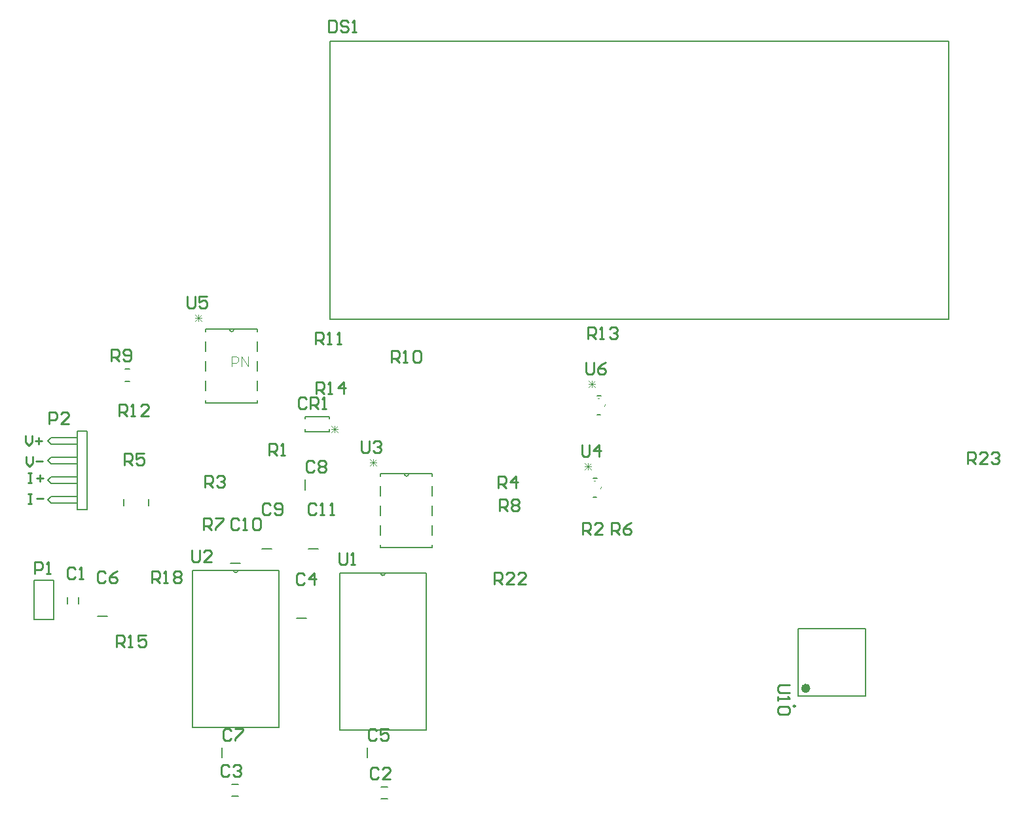
<source format=gto>
G04 Layer_Color=65535*
%FSLAX25Y25*%
%MOIN*%
G70*
G01*
G75*
%ADD22C,0.01000*%
%ADD29C,0.00600*%
%ADD30C,0.00300*%
%ADD31C,0.00984*%
%ADD32C,0.02362*%
%ADD33C,0.00787*%
%ADD34C,0.00500*%
D22*
X490998Y158500D02*
X486000D01*
X485000Y157500D01*
Y155501D01*
X486000Y154501D01*
X490998D01*
X485000Y152502D02*
Y150503D01*
Y151502D01*
X490998D01*
X489998Y152502D01*
Y147504D02*
X490998Y146504D01*
Y144504D01*
X489998Y143505D01*
X486000D01*
X485000Y144504D01*
Y146504D01*
X486000Y147504D01*
X489998D01*
X387300Y322898D02*
Y317900D01*
X388300Y316900D01*
X390299D01*
X391299Y317900D01*
Y322898D01*
X397297D02*
X395297Y321898D01*
X393298Y319899D01*
Y317900D01*
X394298Y316900D01*
X396297D01*
X397297Y317900D01*
Y318899D01*
X396297Y319899D01*
X393298D01*
X184300Y356398D02*
Y351400D01*
X185300Y350400D01*
X187299D01*
X188299Y351400D01*
Y356398D01*
X194297D02*
X190298D01*
Y353399D01*
X192297Y354399D01*
X193297D01*
X194297Y353399D01*
Y351400D01*
X193297Y350400D01*
X191298D01*
X190298Y351400D01*
X385250Y280948D02*
Y275950D01*
X386250Y274950D01*
X388249D01*
X389249Y275950D01*
Y280948D01*
X394247Y274950D02*
Y280948D01*
X391248Y277949D01*
X395247D01*
X273200Y282745D02*
Y277746D01*
X274200Y276747D01*
X276199D01*
X277199Y277746D01*
Y282745D01*
X279198Y281745D02*
X280198Y282745D01*
X282197D01*
X283197Y281745D01*
Y280745D01*
X282197Y279746D01*
X281197D01*
X282197D01*
X283197Y278746D01*
Y277746D01*
X282197Y276747D01*
X280198D01*
X279198Y277746D01*
X186670Y227248D02*
Y222250D01*
X187669Y221250D01*
X189669D01*
X190668Y222250D01*
Y227248D01*
X196667Y221250D02*
X192668D01*
X196667Y225249D01*
Y226248D01*
X195667Y227248D01*
X193667D01*
X192668Y226248D01*
X261670Y225748D02*
Y220750D01*
X262669Y219750D01*
X264669D01*
X265668Y220750D01*
Y225748D01*
X267668Y219750D02*
X269667D01*
X268667D01*
Y225748D01*
X267668Y224748D01*
X581600Y271200D02*
Y277198D01*
X584599D01*
X585599Y276198D01*
Y274199D01*
X584599Y273199D01*
X581600D01*
X583599D02*
X585599Y271200D01*
X591597D02*
X587598D01*
X591597Y275199D01*
Y276198D01*
X590597Y277198D01*
X588598D01*
X587598Y276198D01*
X593596D02*
X594596Y277198D01*
X596595D01*
X597595Y276198D01*
Y275199D01*
X596595Y274199D01*
X595596D01*
X596595D01*
X597595Y273199D01*
Y272200D01*
X596595Y271200D01*
X594596D01*
X593596Y272200D01*
X340775Y209900D02*
Y215898D01*
X343774D01*
X344774Y214898D01*
Y212899D01*
X343774Y211899D01*
X340775D01*
X342774D02*
X344774Y209900D01*
X350772D02*
X346773D01*
X350772Y213899D01*
Y214898D01*
X349772Y215898D01*
X347773D01*
X346773Y214898D01*
X356770Y209900D02*
X352771D01*
X356770Y213899D01*
Y214898D01*
X355770Y215898D01*
X353771D01*
X352771Y214898D01*
X166410Y210650D02*
Y216648D01*
X169409D01*
X170408Y215648D01*
Y213649D01*
X169409Y212649D01*
X166410D01*
X168409D02*
X170408Y210650D01*
X172408D02*
X174407D01*
X173408D01*
Y216648D01*
X172408Y215648D01*
X177406D02*
X178406Y216648D01*
X180405D01*
X181405Y215648D01*
Y214649D01*
X180405Y213649D01*
X181405Y212649D01*
Y211650D01*
X180405Y210650D01*
X178406D01*
X177406Y211650D01*
Y212649D01*
X178406Y213649D01*
X177406Y214649D01*
Y215648D01*
X178406Y213649D02*
X180405D01*
X148560Y177900D02*
Y183898D01*
X151559D01*
X152559Y182898D01*
Y180899D01*
X151559Y179899D01*
X148560D01*
X150559D02*
X152559Y177900D01*
X154558D02*
X156557D01*
X155558D01*
Y183898D01*
X154558Y182898D01*
X163555Y183898D02*
X159556D01*
Y180899D01*
X161556Y181899D01*
X162555D01*
X163555Y180899D01*
Y178900D01*
X162555Y177900D01*
X160556D01*
X159556Y178900D01*
X250000Y307000D02*
Y312998D01*
X252999D01*
X253999Y311998D01*
Y309999D01*
X252999Y308999D01*
X250000D01*
X251999D02*
X253999Y307000D01*
X255998D02*
X257997D01*
X256998D01*
Y312998D01*
X255998Y311998D01*
X263996Y307000D02*
Y312998D01*
X260996Y309999D01*
X264995D01*
X388275Y334900D02*
Y340898D01*
X391274D01*
X392274Y339898D01*
Y337899D01*
X391274Y336899D01*
X388275D01*
X390274D02*
X392274Y334900D01*
X394273D02*
X396272D01*
X395273D01*
Y340898D01*
X394273Y339898D01*
X399271D02*
X400271Y340898D01*
X402271D01*
X403270Y339898D01*
Y338899D01*
X402271Y337899D01*
X401271D01*
X402271D01*
X403270Y336899D01*
Y335900D01*
X402271Y334900D01*
X400271D01*
X399271Y335900D01*
X149775Y295400D02*
Y301398D01*
X152774D01*
X153774Y300398D01*
Y298399D01*
X152774Y297399D01*
X149775D01*
X151774D02*
X153774Y295400D01*
X155773D02*
X157772D01*
X156773D01*
Y301398D01*
X155773Y300398D01*
X164770Y295400D02*
X160771D01*
X164770Y299399D01*
Y300398D01*
X163770Y301398D01*
X161771D01*
X160771Y300398D01*
X249675Y332200D02*
Y338198D01*
X252674D01*
X253674Y337198D01*
Y335199D01*
X252674Y334199D01*
X249675D01*
X251674D02*
X253674Y332200D01*
X255673D02*
X257672D01*
X256673D01*
Y338198D01*
X255673Y337198D01*
X260671Y332200D02*
X262671D01*
X261671D01*
Y338198D01*
X260671Y337198D01*
X288275Y322900D02*
Y328898D01*
X291274D01*
X292274Y327898D01*
Y325899D01*
X291274Y324899D01*
X288275D01*
X290274D02*
X292274Y322900D01*
X294273D02*
X296272D01*
X295273D01*
Y328898D01*
X294273Y327898D01*
X299271D02*
X300271Y328898D01*
X302271D01*
X303270Y327898D01*
Y323900D01*
X302271Y322900D01*
X300271D01*
X299271Y323900D01*
Y327898D01*
X145900Y323400D02*
Y329398D01*
X148899D01*
X149899Y328398D01*
Y326399D01*
X148899Y325399D01*
X145900D01*
X147899D02*
X149899Y323400D01*
X151898Y324400D02*
X152898Y323400D01*
X154897D01*
X155897Y324400D01*
Y328398D01*
X154897Y329398D01*
X152898D01*
X151898Y328398D01*
Y327399D01*
X152898Y326399D01*
X155897D01*
X343350Y247350D02*
Y253348D01*
X346349D01*
X347349Y252348D01*
Y250349D01*
X346349Y249349D01*
X343350D01*
X345349D02*
X347349Y247350D01*
X349348Y252348D02*
X350348Y253348D01*
X352347D01*
X353347Y252348D01*
Y251349D01*
X352347Y250349D01*
X353347Y249349D01*
Y248350D01*
X352347Y247350D01*
X350348D01*
X349348Y248350D01*
Y249349D01*
X350348Y250349D01*
X349348Y251349D01*
Y252348D01*
X350348Y250349D02*
X352347D01*
X192600Y237700D02*
Y243698D01*
X195599D01*
X196599Y242698D01*
Y240699D01*
X195599Y239699D01*
X192600D01*
X194599D02*
X196599Y237700D01*
X198598Y243698D02*
X202597D01*
Y242698D01*
X198598Y238700D01*
Y237700D01*
X400350Y235350D02*
Y241348D01*
X403349D01*
X404349Y240348D01*
Y238349D01*
X403349Y237349D01*
X400350D01*
X402349D02*
X404349Y235350D01*
X410347Y241348D02*
X408347Y240348D01*
X406348Y238349D01*
Y236350D01*
X407348Y235350D01*
X409347D01*
X410347Y236350D01*
Y237349D01*
X409347Y238349D01*
X406348D01*
X152450Y270450D02*
Y276448D01*
X155449D01*
X156449Y275448D01*
Y273449D01*
X155449Y272449D01*
X152450D01*
X154449D02*
X156449Y270450D01*
X162447Y276448D02*
X158448D01*
Y273449D01*
X160447Y274449D01*
X161447D01*
X162447Y273449D01*
Y271450D01*
X161447Y270450D01*
X159448D01*
X158448Y271450D01*
X342850Y258850D02*
Y264848D01*
X345849D01*
X346849Y263848D01*
Y261849D01*
X345849Y260849D01*
X342850D01*
X344849D02*
X346849Y258850D01*
X351847D02*
Y264848D01*
X348848Y261849D01*
X352847D01*
X193350Y259350D02*
Y265348D01*
X196349D01*
X197349Y264348D01*
Y262349D01*
X196349Y261349D01*
X193350D01*
X195349D02*
X197349Y259350D01*
X199348Y264348D02*
X200348Y265348D01*
X202347D01*
X203347Y264348D01*
Y263349D01*
X202347Y262349D01*
X201347D01*
X202347D01*
X203347Y261349D01*
Y260350D01*
X202347Y259350D01*
X200348D01*
X199348Y260350D01*
X385850Y235350D02*
Y241348D01*
X388849D01*
X389849Y240348D01*
Y238349D01*
X388849Y237349D01*
X385850D01*
X387849D02*
X389849Y235350D01*
X395847D02*
X391848D01*
X395847Y239349D01*
Y240348D01*
X394847Y241348D01*
X392848D01*
X391848Y240348D01*
X226100Y275700D02*
Y281698D01*
X229099D01*
X230099Y280698D01*
Y278699D01*
X229099Y277699D01*
X226100D01*
X228099D02*
X230099Y275700D01*
X232098D02*
X234097D01*
X233098D01*
Y281698D01*
X232098Y280698D01*
X114100Y291400D02*
Y297398D01*
X117099D01*
X118099Y296398D01*
Y294399D01*
X117099Y293399D01*
X114100D01*
X124097Y291400D02*
X120098D01*
X124097Y295399D01*
Y296398D01*
X123097Y297398D01*
X121098D01*
X120098Y296398D01*
X106910Y215350D02*
Y221348D01*
X109909D01*
X110908Y220348D01*
Y218349D01*
X109909Y217349D01*
X106910D01*
X112908Y215350D02*
X114907D01*
X113908D01*
Y221348D01*
X112908Y220348D01*
X256575Y497098D02*
Y491100D01*
X259574D01*
X260574Y492100D01*
Y496098D01*
X259574Y497098D01*
X256575D01*
X266572Y496098D02*
X265572Y497098D01*
X263573D01*
X262573Y496098D01*
Y495099D01*
X263573Y494099D01*
X265572D01*
X266572Y493099D01*
Y492100D01*
X265572Y491100D01*
X263573D01*
X262573Y492100D01*
X268571Y491100D02*
X270570D01*
X269571D01*
Y497098D01*
X268571Y496098D01*
X245199Y304198D02*
X244199Y305198D01*
X242200D01*
X241200Y304198D01*
Y300200D01*
X242200Y299200D01*
X244199D01*
X245199Y300200D01*
X247198Y299200D02*
Y305198D01*
X250197D01*
X251197Y304198D01*
Y302199D01*
X250197Y301199D01*
X247198D01*
X249197D02*
X251197Y299200D01*
X253196D02*
X255195D01*
X254196D01*
Y305198D01*
X253196Y304198D01*
X250099Y250198D02*
X249099Y251198D01*
X247100D01*
X246100Y250198D01*
Y246200D01*
X247100Y245200D01*
X249099D01*
X250099Y246200D01*
X252098Y245200D02*
X254097D01*
X253098D01*
Y251198D01*
X252098Y250198D01*
X257096Y245200D02*
X259096D01*
X258096D01*
Y251198D01*
X257096Y250198D01*
X210649Y242648D02*
X209649Y243648D01*
X207650D01*
X206650Y242648D01*
Y238650D01*
X207650Y237650D01*
X209649D01*
X210649Y238650D01*
X212648Y237650D02*
X214647D01*
X213648D01*
Y243648D01*
X212648Y242648D01*
X217646D02*
X218646Y243648D01*
X220645D01*
X221645Y242648D01*
Y238650D01*
X220645Y237650D01*
X218646D01*
X217646Y238650D01*
Y242648D01*
X226599Y250198D02*
X225599Y251198D01*
X223600D01*
X222600Y250198D01*
Y246200D01*
X223600Y245200D01*
X225599D01*
X226599Y246200D01*
X228598D02*
X229598Y245200D01*
X231597D01*
X232597Y246200D01*
Y250198D01*
X231597Y251198D01*
X229598D01*
X228598Y250198D01*
Y249199D01*
X229598Y248199D01*
X232597D01*
X249149Y271848D02*
X248149Y272848D01*
X246150D01*
X245150Y271848D01*
Y267850D01*
X246150Y266850D01*
X248149D01*
X249149Y267850D01*
X251148Y271848D02*
X252148Y272848D01*
X254147D01*
X255147Y271848D01*
Y270849D01*
X254147Y269849D01*
X255147Y268849D01*
Y267850D01*
X254147Y266850D01*
X252148D01*
X251148Y267850D01*
Y268849D01*
X252148Y269849D01*
X251148Y270849D01*
Y271848D01*
X252148Y269849D02*
X254147D01*
X206668Y135348D02*
X205669Y136348D01*
X203669D01*
X202670Y135348D01*
Y131350D01*
X203669Y130350D01*
X205669D01*
X206668Y131350D01*
X208668Y136348D02*
X212667D01*
Y135348D01*
X208668Y131350D01*
Y130350D01*
X142859Y215698D02*
X141859Y216698D01*
X139859D01*
X138860Y215698D01*
Y211700D01*
X139859Y210700D01*
X141859D01*
X142859Y211700D01*
X148857Y216698D02*
X146857Y215698D01*
X144858Y213699D01*
Y211700D01*
X145858Y210700D01*
X147857D01*
X148857Y211700D01*
Y212699D01*
X147857Y213699D01*
X144858D01*
X280668Y135348D02*
X279669Y136348D01*
X277669D01*
X276670Y135348D01*
Y131350D01*
X277669Y130350D01*
X279669D01*
X280668Y131350D01*
X286666Y136348D02*
X282668D01*
Y133349D01*
X284667Y134349D01*
X285667D01*
X286666Y133349D01*
Y131350D01*
X285667Y130350D01*
X283667D01*
X282668Y131350D01*
X244099Y214698D02*
X243099Y215698D01*
X241100D01*
X240100Y214698D01*
Y210700D01*
X241100Y209700D01*
X243099D01*
X244099Y210700D01*
X249097Y209700D02*
Y215698D01*
X246098Y212699D01*
X250097D01*
X205709Y116948D02*
X204709Y117948D01*
X202710D01*
X201710Y116948D01*
Y112950D01*
X202710Y111950D01*
X204709D01*
X205709Y112950D01*
X207708Y116948D02*
X208708Y117948D01*
X210707D01*
X211707Y116948D01*
Y115949D01*
X210707Y114949D01*
X209707D01*
X210707D01*
X211707Y113949D01*
Y112950D01*
X210707Y111950D01*
X208708D01*
X207708Y112950D01*
X281709Y115448D02*
X280709Y116448D01*
X278710D01*
X277710Y115448D01*
Y111450D01*
X278710Y110450D01*
X280709D01*
X281709Y111450D01*
X287707Y110450D02*
X283708D01*
X287707Y114449D01*
Y115448D01*
X286707Y116448D01*
X284708D01*
X283708Y115448D01*
X127358Y217598D02*
X126359Y218598D01*
X124360D01*
X123360Y217598D01*
Y213600D01*
X124360Y212600D01*
X126359D01*
X127358Y213600D01*
X129358Y212600D02*
X131357D01*
X130358D01*
Y218598D01*
X129358Y217598D01*
X102000Y285498D02*
Y282166D01*
X103666Y280500D01*
X105332Y282166D01*
Y285498D01*
X106998Y282999D02*
X110331D01*
X108665Y284665D02*
Y281333D01*
X102500Y274998D02*
Y271666D01*
X104166Y270000D01*
X105832Y271666D01*
Y274998D01*
X107498Y272499D02*
X110831D01*
X103500Y255998D02*
X105166D01*
X104333D01*
Y251000D01*
X103500D01*
X105166D01*
X107665Y253499D02*
X110998D01*
X103500Y266498D02*
X105166D01*
X104333D01*
Y261500D01*
X103500D01*
X105166D01*
X107665Y263999D02*
X110998D01*
X109331Y265665D02*
Y262333D01*
D29*
X205800Y339800D02*
G03*
X208200Y339800I1200J0D01*
G01*
X294800Y266146D02*
G03*
X297200Y266146I1200J0D01*
G01*
X282820Y215500D02*
G03*
X285220Y215500I1200J0D01*
G01*
X207820Y217000D02*
G03*
X210220Y217000I1200J0D01*
G01*
X220150Y338510D02*
Y339800D01*
Y328510D02*
Y333490D01*
X193850Y302200D02*
X220150D01*
Y303490D01*
X193850Y339800D02*
X220150D01*
X193850Y338510D02*
Y339800D01*
Y328510D02*
Y333490D01*
Y318510D02*
Y323490D01*
Y308510D02*
Y313490D01*
Y302200D02*
Y303490D01*
X220150Y308510D02*
Y313490D01*
Y318510D02*
Y323490D01*
X393000Y296300D02*
X394886D01*
X393114Y306000D02*
X395000D01*
X256600Y287650D02*
Y288790D01*
X244400Y287650D02*
X256600D01*
X244400Y294210D02*
Y295350D01*
X256600D01*
Y294210D02*
Y295350D01*
X244400Y287650D02*
Y288790D01*
X309150Y264856D02*
Y266146D01*
Y254856D02*
Y259836D01*
X282850Y228546D02*
X309150D01*
Y229836D01*
X282850Y266146D02*
X309150D01*
X282850Y264856D02*
Y266146D01*
Y254856D02*
Y259836D01*
Y244856D02*
Y249836D01*
Y234856D02*
Y239836D01*
Y228546D02*
Y229836D01*
X309150Y234856D02*
Y239836D01*
Y244856D02*
Y249836D01*
X391000Y254300D02*
X392886D01*
X391114Y264000D02*
X393000D01*
X262020Y135500D02*
X306020D01*
Y215500D01*
X262020D02*
X306020D01*
X262020Y135500D02*
Y215500D01*
X187020Y137000D02*
X231020D01*
Y217000D01*
X187020D02*
X231020D01*
X187020Y137000D02*
Y217000D01*
D30*
X393592Y304337D02*
G03*
X394408Y304337I408J913D01*
G01*
X391592Y262337D02*
G03*
X392408Y262337I408J913D01*
G01*
X396900Y300700D02*
X396950Y301449D01*
X394900Y258700D02*
X394950Y259449D01*
X207000Y321000D02*
Y325998D01*
X209499D01*
X210332Y325165D01*
Y323499D01*
X209499Y322666D01*
X207000D01*
X211998Y321000D02*
Y325998D01*
X215331Y321000D01*
Y325998D01*
X188375Y347065D02*
X191707Y343733D01*
X188375D02*
X191707Y347065D01*
X188375Y345399D02*
X191707D01*
X190041Y343733D02*
Y347065D01*
X388900Y313624D02*
X392232Y310292D01*
X388900D02*
X392232Y313624D01*
X388900Y311958D02*
X392232D01*
X390566Y310292D02*
Y313624D01*
X261000Y287335D02*
X257668Y290667D01*
X261000D02*
X257668Y287335D01*
X261000Y289001D02*
X257668D01*
X259334Y290667D02*
Y287335D01*
X277375Y273412D02*
X280707Y270079D01*
X277375D02*
X280707Y273412D01*
X277375Y271746D02*
X280707D01*
X279041Y270079D02*
Y273412D01*
X386900Y271624D02*
X390232Y268292D01*
X386900D02*
X390232Y271624D01*
X386900Y269958D02*
X390232D01*
X388566Y268292D02*
Y271624D01*
D31*
X493996Y147756D02*
G03*
X493996Y147756I-492J0D01*
G01*
D32*
X500492Y156811D02*
G03*
X500492Y156811I-1181J0D01*
G01*
D33*
X152819Y319650D02*
X155181D01*
X152819Y313350D02*
X155181D01*
X244520Y257941D02*
Y263059D01*
X164799Y249925D02*
Y253075D01*
X152201Y249925D02*
Y253075D01*
X222441Y228020D02*
X227559D01*
X245941D02*
X251059D01*
X206441Y220520D02*
X211559D01*
X106260Y212000D02*
X116260D01*
Y192000D02*
Y212000D01*
X106260Y192000D02*
X116260D01*
X106260D02*
Y212000D01*
X207185Y102047D02*
X210335D01*
X207185Y107953D02*
X210335D01*
X283185Y100547D02*
X286335D01*
X283185Y106453D02*
X286335D01*
X129213Y199925D02*
Y203075D01*
X123307Y199925D02*
Y203075D01*
X133500Y248000D02*
Y288000D01*
X115167Y251333D02*
X128500D01*
X113500Y253000D02*
X115167Y251333D01*
X113500Y253000D02*
X115167Y254667D01*
X128500D01*
X115167Y261333D02*
X128500D01*
X113500Y263000D02*
X115167Y261333D01*
X113500Y263000D02*
X115167Y264667D01*
X128500D01*
X115167Y271333D02*
X128500D01*
X113500Y273000D02*
X115167Y271333D01*
X113500Y273000D02*
X115167Y274667D01*
X128500D01*
X115167Y281333D02*
X128500D01*
X113500Y283000D02*
X115167Y281333D01*
X113500Y283000D02*
X115167Y284667D01*
X128500D01*
Y288000D02*
X133500D01*
X128500Y248000D02*
X133500D01*
X128500D02*
Y288000D01*
X239941Y192520D02*
X245059D01*
X276039Y121441D02*
Y126559D01*
X138701Y193520D02*
X143819D01*
X202039Y121441D02*
Y126559D01*
X495374Y152874D02*
X529626D01*
X495374Y187126D02*
X529626D01*
X495374Y152874D02*
Y187126D01*
X529626Y152874D02*
Y187126D01*
D34*
X572146Y344953D02*
Y486685D01*
X257185D02*
X572146D01*
X257185Y344953D02*
Y486685D01*
Y344953D02*
X572146D01*
M02*

</source>
